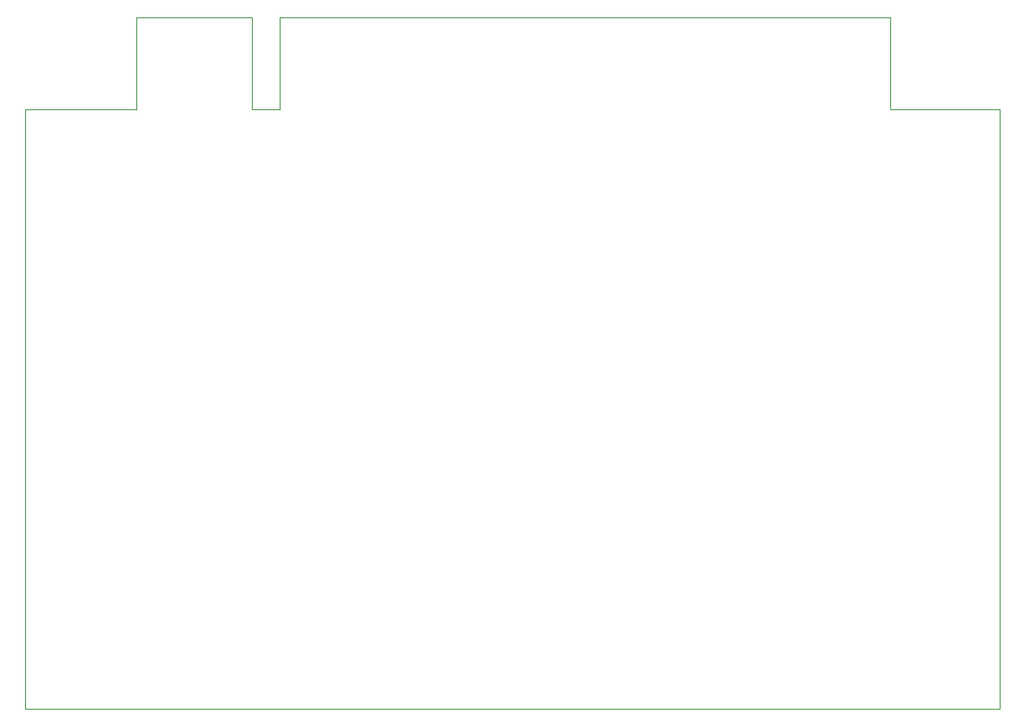
<source format=gbr>
%TF.GenerationSoftware,KiCad,Pcbnew,(6.0.10)*%
%TF.CreationDate,2023-03-31T21:51:54+03:00*%
%TF.ProjectId,zxcart,7a786361-7274-42e6-9b69-6361645f7063,rev?*%
%TF.SameCoordinates,Original*%
%TF.FileFunction,Profile,NP*%
%FSLAX46Y46*%
G04 Gerber Fmt 4.6, Leading zero omitted, Abs format (unit mm)*
G04 Created by KiCad (PCBNEW (6.0.10)) date 2023-03-31 21:51:54*
%MOMM*%
%LPD*%
G01*
G04 APERTURE LIST*
%TA.AperFunction,Profile*%
%ADD10C,0.100000*%
%TD*%
G04 APERTURE END LIST*
D10*
X105800000Y-54500000D02*
X108500000Y-54500000D01*
X108500000Y-45500000D02*
X168050000Y-45500000D01*
X108500000Y-45500000D02*
X108500000Y-54500000D01*
X105800000Y-45500000D02*
X105800000Y-54500000D01*
X94550000Y-45500000D02*
X105800000Y-45500000D01*
X83667485Y-113000000D02*
X178667485Y-113000000D01*
X83667485Y-54500000D02*
X94550000Y-54500000D01*
X168050000Y-54500000D02*
X178667485Y-54500000D01*
X168050000Y-45500000D02*
X168050000Y-54500000D01*
X94550000Y-45500000D02*
X94550000Y-54500000D01*
X83667485Y-54500000D02*
X83667485Y-113000000D01*
X178667485Y-54500000D02*
X178667485Y-113000000D01*
M02*

</source>
